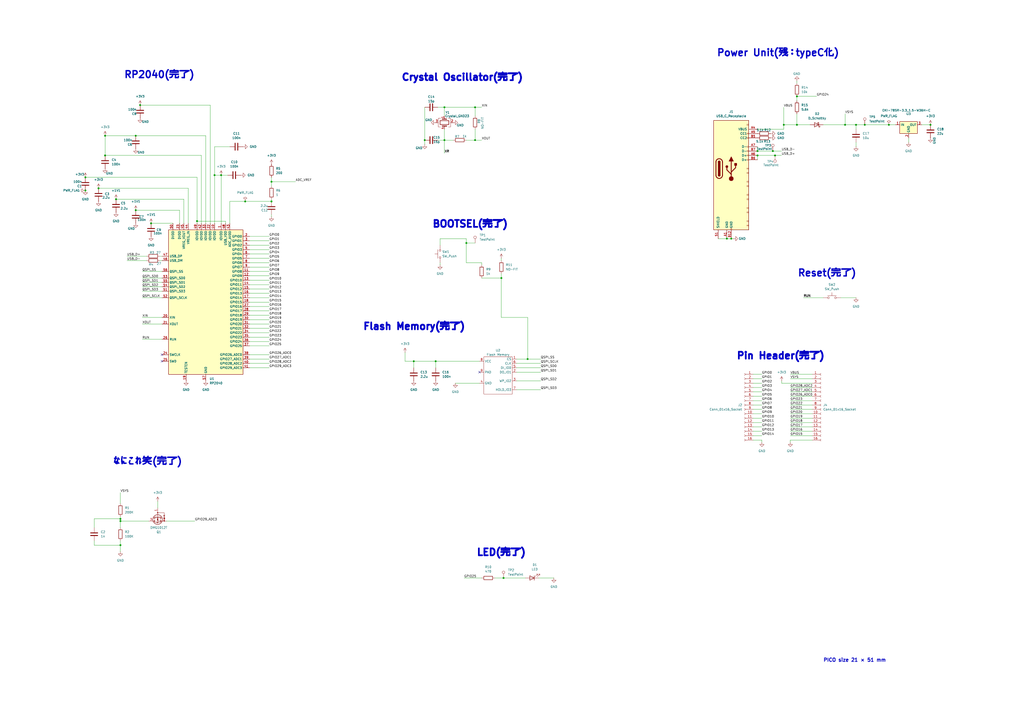
<source format=kicad_sch>
(kicad_sch (version 20250114) (generator "eeschema") (generator_version "9.0")
  (paper "A2")
  (lib_symbols
    (symbol "Connector:Conn_01x16_Socket" (pin_names (offset 1.016) (hide yes))
      (property "Reference" "J" (at 0 20.32 0))
      (property "Value" "Conn_01x16_Socket" (at 0 -22.86 0))
      (symbol "Conn_01x16_Socket_1_1"
        (pin passive line (at -5.08 17.78 0) (length 3.81) (name "Pin_1") (number "1"))
        (pin passive line (at -5.08 15.24 0) (length 3.81) (name "Pin_2") (number "2"))
        (pin passive line (at -5.08 12.7 0) (length 3.81) (name "Pin_3") (number "3"))
        (pin passive line (at -5.08 10.16 0) (length 3.81) (name "Pin_4") (number "4"))
        (pin passive line (at -5.08 7.62 0) (length 3.81) (name "Pin_5") (number "5"))
        (pin passive line (at -5.08 5.08 0) (length 3.81) (name "Pin_6") (number "6"))
        (pin passive line (at -5.08 2.54 0) (length 3.81) (name "Pin_7") (number "7"))
        (pin passive line (at -5.08 0 0) (length 3.81) (name "Pin_8") (number "8"))
        (pin passive line (at -5.08 -2.54 0) (length 3.81) (name "Pin_9") (number "9"))
        (pin passive line (at -5.08 -5.08 0) (length 3.81) (name "Pin_10") (number "10"))
        (pin passive line (at -5.08 -7.62 0) (length 3.81) (name "Pin_11") (number "11"))
        (pin passive line (at -5.08 -10.16 0) (length 3.81) (name "Pin_12") (number "12"))
        (pin passive line (at -5.08 -12.7 0) (length 3.81) (name "Pin_13") (number "13"))
        (pin passive line (at -5.08 -15.24 0) (length 3.81) (name "Pin_14") (number "14"))
        (pin passive line (at -5.08 -17.78 0) (length 3.81) (name "Pin_15") (number "15"))
        (pin passive line (at -5.08 -20.32 0) (length 3.81) (name "Pin_16") (number "16"))
      )
    )
    (symbol "Connector:TestPoint" (pin_numbers (hide yes)) (pin_names (offset 0.762) (hide yes))
      (property "Reference" "TP" (at 0 6.858 0))
      (property "Value" "TestPoint" (at 0 5.08 0))
      (symbol "TestPoint_1_1"
        (pin passive line (at 0 0 90) (length 2.54) (name "1") (number "1"))
      )
    )
    (symbol "Connector:USB_C_Receptacle" (pin_names (offset 1.016))
      (property "Reference" "J1" (at 0 33.02 0))
      (property "Value" "USB_C_Receptacle" (at 0 30.48 0))
      (symbol "USB_C_Receptacle_1_1"
        (pin passive line (at -7.62 -40.64 90) (length 5.08) (name "SHIELD") (number "S1"))
        (pin passive line (at -2.54 -40.64 90) (length 5.08) (name "GND") (number "A1"))
        (pin passive line (at 0 -40.64 90) (length 5.08) (name "GND") (number "B12"))
        (pin passive line (at 15.24 22.86 180) (length 5.08) (name "VBUS") (number "A4"))
        (pin bidirectional line (at 15.24 20.32 180) (length 5.08) (name "CC1") (number "A5"))
        (pin bidirectional line (at 15.24 17.78 180) (length 5.08) (name "CC2") (number "B5"))
        (pin bidirectional line (at 15.24 12.7 180) (length 5.08) (name "D-") (number "A7"))
        (pin bidirectional line (at 15.24 10.16 180) (length 5.08) (name "D-") (number "B7"))
        (pin bidirectional line (at 15.24 7.62 180) (length 5.08) (name "D+") (number "A6"))
        (pin bidirectional line (at 15.24 5.08 180) (length 5.08) (name "D+") (number "B6"))
      )
    )
    (symbol "Converter_DCDC:OKI-78SR-3.3_1.5-W36H-C"
      (property "Reference" "U" (at -3.81 3.175 0))
      (property "Value" "OKI-78SR-3.3_1.5-W36H-C" (at 0 3.175 0))
      (symbol "OKI-78SR-3.3_1.5-W36H-C_1_1"
        (pin power_in line (at -7.62 0 0) (length 2.54) (name "IN") (number "1"))
        (pin power_in line (at 0 -7.62 90) (length 2.54) (name "GND") (number "2"))
        (pin power_out line (at 7.62 0 180) (length 2.54) (name "OUT") (number "3"))
      )
    )
    (symbol "Device:C" (pin_numbers (hide yes)) (pin_names (offset 0.254))
      (property "Reference" "C" (at 0.635 2.54 0))
      (property "Value" "C" (at 0.635 -2.54 0))
      (symbol "C_1_1"
        (pin passive line (at 0 3.81 270) (length 2.794) (name "~") (number "1"))
        (pin passive line (at 0 -3.81 90) (length 2.794) (name "~") (number "2"))
      )
    )
    (symbol "Device:Crystal_GND23" (pin_names (offset 1.016) (hide yes))
      (property "Reference" "Y" (at 3.175 5.08 0))
      (property "Value" "Crystal_GND23" (at 3.175 3.175 0))
      (symbol "Crystal_GND23_1_1"
        (pin passive line (at -3.81 0 0) (length 1.27) (name "1") (number "1"))
        (pin passive line (at 0 5.08 270) (length 1.27) (name "2") (number "2"))
        (pin passive line (at 0 -5.08 90) (length 1.27) (name "3") (number "3"))
        (pin passive line (at 3.81 0 180) (length 1.27) (name "4") (number "4"))
      )
    )
    (symbol "Device:D_Schottky" (pin_numbers (hide yes)) (pin_names (offset 1.016) (hide yes))
      (property "Reference" "D" (at 0 2.54 0))
      (property "Value" "D_Schottky" (at 0 -2.54 0))
      (symbol "D_Schottky_1_1"
        (pin passive line (at -3.81 0 0) (length 2.54) (name "K") (number "1"))
        (pin passive line (at 3.81 0 180) (length 2.54) (name "A") (number "2"))
      )
    )
    (symbol "Device:LED" (pin_numbers (hide yes)) (pin_names (offset 1.016) (hide yes))
      (property "Reference" "D" (at 0 2.54 0))
      (property "Value" "LED" (at 0 -2.54 0))
      (symbol "LED_1_1"
        (pin passive line (at -3.81 0 0) (length 2.54) (name "K") (number "1"))
        (pin passive line (at 3.81 0 180) (length 2.54) (name "A") (number "2"))
      )
    )
    (symbol "Device:R" (pin_numbers (hide yes)) (pin_names (offset 0))
      (property "Reference" "R" (at 2.032 0 90))
      (property "Value" "R" (at 0 0 90))
      (symbol "R_1_1"
        (pin passive line (at 0 3.81 270) (length 1.27) (name "~") (number "1"))
        (pin passive line (at 0 -3.81 90) (length 1.27) (name "~") (number "2"))
      )
    )
    (symbol "MCU_RaspberryPi:RP2040"
      (property "Reference" "U1" (at 2.1433 -44.45 0))
      (property "Value" "RP2040" (at 2.1433 -46.99 0))
      (symbol "RP2040_1_1"
        (pin bidirectional line (at -25.4 26.67 0) (length 3.81) (name "USB_DP") (number "47"))
        (pin bidirectional line (at -25.4 24.13 0) (length 3.81) (name "USB_DM") (number "46"))
        (pin bidirectional line (at -25.4 17.78 0) (length 3.81) (name "QSPI_SS") (number "56"))
        (pin bidirectional line (at -25.4 13.97 0) (length 3.81) (name "QSPI_SD0") (number "53"))
        (pin bidirectional line (at -25.4 11.43 0) (length 3.81) (name "QSPI_SD1") (number "55"))
        (pin bidirectional line (at -25.4 8.89 0) (length 3.81) (name "QSPI_SD2") (number "54"))
        (pin bidirectional line (at -25.4 6.35 0) (length 3.81) (name "QSPI_SD3") (number "51"))
        (pin output line (at -25.4 2.54 0) (length 3.81) (name "QSPI_SCLK") (number "52"))
        (pin input line (at -25.4 -8.89 0) (length 3.81) (name "XIN") (number "20"))
        (pin passive line (at -25.4 -12.7 0) (length 3.81) (name "XOUT") (number "21"))
        (pin input line (at -25.4 -21.59 0) (length 3.81) (name "RUN") (number "26"))
        (pin input line (at -25.4 -30.48 0) (length 3.81) (name "SWCLK") (number "24"))
        (pin bidirectional line (at -25.4 -34.29 0) (length 3.81) (name "SWD") (number "25"))
        (pin passive line (at -19.05 45.72 270) (length 3.81) (name "DVDD") (number "50"))
        (pin power_in line (at -15.24 45.72 270) (length 3.81) (name "DVDD") (number "23"))
        (pin power_out line (at -12.7 45.72 270) (length 3.81) (name "VREG_VOUT") (number "45"))
        (pin input line (at -11.43 -45.72 90) (length 3.81) (name "TESTEN") (number "19"))
        (pin power_in line (at -10.16 45.72 270) (length 3.81) (name "VREG_IN") (number "44"))
        (pin passive line (at -5.08 45.72 270) (length 3.81) (name "IOVDD") (number "49"))
        (pin passive line (at -2.54 45.72 270) (length 3.81) (name "IOVDD") (number "42"))
        (pin passive line (at 0 45.72 270) (length 3.81) (name "IOVDD") (number "33"))
        (pin power_in line (at 0 -45.72 90) (length 3.81) (name "GND") (number "57"))
        (pin passive line (at 2.54 45.72 270) (length 3.81) (name "IOVDD") (number "22"))
        (pin passive line (at 5.08 45.72 270) (length 3.81) (name "IOVDD") (number "10"))
        (pin power_in line (at 8.89 45.72 270) (length 3.81) (name "IOVDD") (number "1"))
        (pin power_in line (at 11.43 45.72 270) (length 3.81) (name "USB_VDD") (number "48"))
        (pin power_in line (at 13.97 45.72 270) (length 3.81) (name "ADC_AVDD") (number "43"))
        (pin bidirectional line (at 25.4 38.1 180) (length 3.81) (name "GPIO0") (number "2"))
        (pin bidirectional line (at 25.4 35.56 180) (length 3.81) (name "GPIO1") (number "3"))
        (pin bidirectional line (at 25.4 33.02 180) (length 3.81) (name "GPIO2") (number "4"))
        (pin bidirectional line (at 25.4 30.48 180) (length 3.81) (name "GPIO3") (number "5"))
        (pin bidirectional line (at 25.4 27.94 180) (length 3.81) (name "GPIO4") (number "6"))
        (pin bidirectional line (at 25.4 25.4 180) (length 3.81) (name "GPIO5") (number "7"))
        (pin bidirectional line (at 25.4 22.86 180) (length 3.81) (name "GPIO6") (number "8"))
        (pin bidirectional line (at 25.4 20.32 180) (length 3.81) (name "GPIO7") (number "9"))
        (pin bidirectional line (at 25.4 17.78 180) (length 3.81) (name "GPIO8") (number "11"))
        (pin bidirectional line (at 25.4 15.24 180) (length 3.81) (name "GPIO9") (number "12"))
        (pin bidirectional line (at 25.4 12.7 180) (length 3.81) (name "GPIO10") (number "13"))
        (pin bidirectional line (at 25.4 10.16 180) (length 3.81) (name "GPIO11") (number "14"))
        (pin bidirectional line (at 25.4 7.62 180) (length 3.81) (name "GPIO12") (number "15"))
        (pin bidirectional line (at 25.4 5.08 180) (length 3.81) (name "GPIO13") (number "16"))
        (pin bidirectional line (at 25.4 2.54 180) (length 3.81) (name "GPIO14") (number "17"))
        (pin bidirectional line (at 25.4 0 180) (length 3.81) (name "GPIO15") (number "18"))
        (pin bidirectional line (at 25.4 -2.54 180) (length 3.81) (name "GPIO16") (number "27"))
        (pin bidirectional line (at 25.4 -5.08 180) (length 3.81) (name "GPIO17") (number "28"))
        (pin bidirectional line (at 25.4 -7.62 180) (length 3.81) (name "GPIO18") (number "29"))
        (pin bidirectional line (at 25.4 -10.16 180) (length 3.81) (name "GPIO19") (number "30"))
        (pin bidirectional line (at 25.4 -12.7 180) (length 3.81) (name "GPIO20") (number "31"))
        (pin bidirectional line (at 25.4 -15.24 180) (length 3.81) (name "GPIO21") (number "32"))
        (pin bidirectional line (at 25.4 -17.78 180) (length 3.81) (name "GPIO22") (number "34"))
        (pin bidirectional line (at 25.4 -20.32 180) (length 3.81) (name "GPIO23") (number "35"))
        (pin bidirectional line (at 25.4 -22.86 180) (length 3.81) (name "GPIO24") (number "36"))
        (pin bidirectional line (at 25.4 -25.4 180) (length 3.81) (name "GPIO25") (number "37"))
        (pin bidirectional line (at 25.4 -30.48 180) (length 3.81) (name "GPIO26_ADC0") (number "38"))
        (pin bidirectional line (at 25.4 -33.02 180) (length 3.81) (name "GPIO27_ADC1") (number "39"))
        (pin bidirectional line (at 25.4 -35.56 180) (length 3.81) (name "GPIO28_ADC2") (number "40"))
        (pin bidirectional line (at 25.4 -38.1 180) (length 3.81) (name "GPIO29_ADC3") (number "41"))
      )
    )
    (symbol "Switch:SW_Push" (pin_numbers (hide yes)) (pin_names (offset 1.016) (hide yes))
      (property "Reference" "SW" (at 1.27 2.54 0))
      (property "Value" "SW_Push" (at 0 -1.524 0))
      (symbol "SW_Push_0_1"
        (pin passive line (at -5.08 0 0) (length 2.54) (name "1") (number "1"))
        (pin passive line (at 5.08 0 180) (length 2.54) (name "2") (number "2"))
      )
    )
    (symbol "Transistor_FET:DMG1012T" (pin_names (offset 0) (hide yes))
      (property "Reference" "Q" (at 5.08 1.905 0))
      (property "Value" "DMG1012T" (at 5.08 0 0))
      (symbol "DMG1012T_1_1"
        (pin input line (at -5.08 0 0) (length 2.54) (name "G") (number "1"))
        (pin passive line (at 2.54 5.08 270) (length 2.54) (name "D") (number "3"))
        (pin passive line (at 2.54 -5.08 90) (length 2.54) (name "S") (number "2"))
      )
    )
    (symbol "power:+1V1" (power) (pin_numbers (hide yes)) (pin_names (offset 0) (hide yes))
      (property "Value" "+1V1" (at 0 3.556 0))
      (symbol "+1V1_1_1"
        (pin power_in line (at 0 0 90) (length 0) (name "~") (number "1"))
      )
    )
    (symbol "power:+3V3" (power) (pin_numbers (hide yes)) (pin_names (offset 0) (hide yes))
      (property "Value" "+3V3" (at 0 3.556 0))
      (symbol "+3V3_1_1"
        (pin power_in line (at 0 0 90) (length 0) (name "~") (number "1"))
      )
    )
    (symbol "power:GND" (power) (pin_numbers (hide yes)) (pin_names (offset 0) (hide yes))
      (property "Value" "GND" (at 0 -3.81 0))
      (symbol "GND_1_1"
        (pin power_in line (at 0 0 270) (length 0) (name "~") (number "1"))
      )
    )
    (symbol "power:PWR_FLAG" (power) (pin_numbers (hide yes)) (pin_names (offset 0) (hide yes))
      (property "Value" "PWR_FLAG" (at 0 3.81 0))
      (symbol "PWR_FLAG_0_0"
        (pin power_out line (at 0 0 90) (length 0) (name "~") (number "1"))
      )
    )
    (symbol "raspberry pi pico:W25Q16JVUXIQ"
      (property "Reference" "U" (at -0.254 12.192 0))
      (symbol "W25Q16JVUXIQ_1_1"
        (pin power_in line (at -11.43 7.62 0) (length 2.54) (name "VCC") (number "8"))
        (pin passive line (at -11.43 1.27 0) (length 2.54) (name "PAD") (number "9"))
        (pin passive line (at -11.43 -5.08 0) (length 2.54) (name "GND") (number "4"))
        (pin passive line (at 10.16 8.89 180) (length 2.54) (name "CS") (number "1"))
        (pin passive line (at 10.16 6.35 180) (length 2.54) (name "CLK") (number "6"))
        (pin passive line (at 10.16 3.81 180) (length 2.54) (name "DI_IOD") (number "5"))
        (pin passive line (at 10.16 1.27 180) (length 2.54) (name "DO_IO1") (number "2"))
        (pin passive line (at 10.16 -3.81 180) (length 2.54) (name "WP_IO2") (number "3"))
        (pin passive line (at 10.16 -8.89 180) (length 2.54) (name "HOLD_IO3") (number "7"))
      )
    )
  )
  (text "なにこれ笑(完了)" (at 85.598 267.716 0) (effects (font (size 4 4) (thickness 0.8) (bold yes))))
  (text "LED(完了)" (at 290.83 320.548 0) (effects (font (size 4 4) (thickness 1) (bold yes))))
  (text "RP2040(完了)" (at 92.456 43.434 0) (effects (font (size 4 4) (thickness 0.8) (bold yes))))
  (text "PICO size 21 × 51 mm" (at 495.808 383.032 0) (effects (font (size 2 2) (thickness 0.4) (bold yes))))
  (text "Crystal Oscillator(完了)" (at 268.224 44.958 0) (effects (font (size 4 4) (thickness 1) (bold yes))))
  (text "Power Unit(残：typeC化)" (at 451.358 30.734 0) (effects (font (size 4 4) (thickness 0.8) (bold yes))))
  (text "Reset(完了)" (at 479.806 158.496 0) (effects (font (size 4 4) (thickness 0.8) (bold yes))))
  (text "Flash Memory(完了)" (at 240.284 189.484 0) (effects (font (size 4 4) (thickness 1) (bold yes))))
  (text "Pin Header(完了)" (at 452.882 206.502 0) (effects (font (size 4 4) (thickness 1) (bold yes))))
  (text "BOOTSEL(完了)" (at 272.796 130.048 0) (effects (font (size 4 4) (thickness 1) (bold yes))))
  (junction (at 439.42 90.17))
  (junction (at 128.27 101.6))
  (junction (at 60.96 90.17))
  (junction (at 421.64 138.43))
  (junction (at 49.53 102.87))
  (junction (at 240.03 209.55))
  (junction (at 270.51 140.97))
  (junction (at 275.59 81.28))
  (junction (at 439.42 87.63))
  (junction (at 142.24 116.84))
  (junction (at 81.28 60.96))
  (junction (at 257.81 62.23))
  (junction (at 60.96 78.74))
  (junction (at 539.75 72.39))
  (junction (at 57.15 109.22))
  (junction (at 252.73 209.55))
  (junction (at 462.28 55.88))
  (junction (at 69.85 316.23))
  (junction (at 496.57 72.39))
  (junction (at 246.38 81.28))
  (junction (at 424.18 138.43))
  (junction (at 257.81 81.28))
  (junction (at 275.59 62.23))
  (junction (at 87.63 129.54))
  (junction (at 292.1 335.28))
  (junction (at 49.53 110.49))
  (junction (at 490.22 72.39))
  (junction (at 454.66 72.39))
  (junction (at 501.65 72.39))
  (junction (at 67.31 115.57))
  (junction (at 69.85 302.26))
  (junction (at 449.58 90.17))
  (junction (at 124.46 101.6))
  (junction (at 78.74 78.74))
  (junction (at 157.48 116.84))
  (junction (at 515.62 72.39))
  (junction (at 157.48 105.41))
  (junction (at 78.74 121.92))
  (junction (at 114.3 128.27))
  (junction (at 448.31 87.63))
  (junction (at 462.28 72.39))
  (junction (at 290.83 161.29))
  (junction (at 69.85 300.99))
  (junction (at 306.07 208.28))
  (no_connect (at 93.98 205.74))
  (no_connect (at 93.98 209.55))
  (no_connect (at 278.13 215.9))
  (wire (pts (xy 458.47 255.27) (xy 458.47 256.54)))
  (wire (pts (xy 106.68 129.54) (xy 106.68 115.57)))
  (wire (pts (xy 69.85 316.23) (xy 69.85 320.04)))
  (wire (pts (xy 144.78 167.64) (xy 156.21 167.64)))
  (wire (pts (xy 255.27 152.4) (xy 255.27 153.67)))
  (wire (pts (xy 275.59 62.23) (xy 279.4 62.23)))
  (wire (pts (xy 69.85 302.26) (xy 86.36 302.26)))
  (wire (pts (xy 144.78 147.32) (xy 156.21 147.32)))
  (wire (pts (xy 254 62.23) (xy 257.81 62.23)))
  (wire (pts (xy 144.78 195.58) (xy 156.21 195.58)))
  (wire (pts (xy 82.55 187.96) (xy 93.98 187.96)))
  (wire (pts (xy 54.61 306.07) (xy 54.61 300.99)))
  (wire (pts (xy 144.78 172.72) (xy 156.21 172.72)))
  (wire (pts (xy 436.88 219.71) (xy 441.96 219.71)))
  (wire (pts (xy 439.42 87.63) (xy 448.31 87.63)))
  (wire (pts (xy 436.88 250.19) (xy 441.96 250.19)))
  (wire (pts (xy 436.88 232.41) (xy 441.96 232.41)))
  (wire (pts (xy 436.88 237.49) (xy 441.96 237.49)))
  (wire (pts (xy 240.03 209.55) (xy 240.03 213.36)))
  (wire (pts (xy 144.78 149.86) (xy 156.21 149.86)))
  (wire (pts (xy 458.47 217.17) (xy 471.17 217.17)))
  (wire (pts (xy 144.78 152.4) (xy 156.21 152.4)))
  (wire (pts (xy 91.44 290.83) (xy 91.44 294.64)))
  (wire (pts (xy 257.81 81.28) (xy 262.89 81.28)))
  (wire (pts (xy 299.72 213.36) (xy 313.69 213.36)))
  (wire (pts (xy 462.28 72.39) (xy 469.9 72.39)))
  (wire (pts (xy 458.47 219.71) (xy 471.17 219.71)))
  (wire (pts (xy 269.24 335.28) (xy 279.4 335.28)))
  (wire (pts (xy 144.78 154.94) (xy 156.21 154.94)))
  (wire (pts (xy 144.78 187.96) (xy 156.21 187.96)))
  (wire (pts (xy 264.16 222.25) (xy 278.13 222.25)))
  (wire (pts (xy 144.78 139.7) (xy 156.21 139.7)))
  (wire (pts (xy 60.96 78.74) (xy 60.96 90.17)))
  (wire (pts (xy 144.78 170.18) (xy 156.21 170.18)))
  (wire (pts (xy 252.73 209.55) (xy 278.13 209.55)))
  (wire (pts (xy 454.66 74.93) (xy 454.66 72.39)))
  (wire (pts (xy 82.55 157.48) (xy 93.98 157.48)))
  (wire (pts (xy 128.27 101.6) (xy 132.08 101.6)))
  (wire (pts (xy 466.09 172.72) (xy 477.52 172.72)))
  (wire (pts (xy 144.78 165.1) (xy 156.21 165.1)))
  (wire (pts (xy 441.96 255.27) (xy 436.88 255.27)))
  (wire (pts (xy 69.85 285.75) (xy 69.85 292.1)))
  (wire (pts (xy 496.57 72.39) (xy 496.57 74.93)))
  (wire (pts (xy 496.57 72.39) (xy 501.65 72.39)))
  (wire (pts (xy 54.61 313.69) (xy 54.61 316.23)))
  (wire (pts (xy 471.17 222.25) (xy 453.39 222.25)))
  (wire (pts (xy 306.07 208.28) (xy 313.69 208.28)))
  (wire (pts (xy 299.72 208.28) (xy 306.07 208.28)))
  (wire (pts (xy 246.38 62.23) (xy 246.38 81.28)))
  (wire (pts (xy 439.42 85.09) (xy 439.42 87.63)))
  (wire (pts (xy 144.78 175.26) (xy 156.21 175.26)))
  (wire (pts (xy 458.47 242.57) (xy 471.17 242.57)))
  (wire (pts (xy 270.51 152.4) (xy 279.4 152.4)))
  (wire (pts (xy 270.51 81.28) (xy 275.59 81.28)))
  (wire (pts (xy 458.47 237.49) (xy 471.17 237.49)))
  (wire (pts (xy 96.52 302.26) (xy 113.03 302.26)))
  (wire (pts (xy 144.78 162.56) (xy 156.21 162.56)))
  (wire (pts (xy 54.61 316.23) (xy 69.85 316.23)))
  (wire (pts (xy 290.83 184.15) (xy 290.83 161.29)))
  (wire (pts (xy 436.88 229.87) (xy 441.96 229.87)))
  (wire (pts (xy 254 81.28) (xy 257.81 81.28)))
  (wire (pts (xy 144.78 213.36) (xy 156.21 213.36)))
  (wire (pts (xy 49.53 102.87) (xy 114.3 102.87)))
  (wire (pts (xy 496.57 82.55) (xy 496.57 85.09)))
  (wire (pts (xy 270.51 138.43) (xy 270.51 140.97)))
  (wire (pts (xy 436.88 247.65) (xy 441.96 247.65)))
  (wire (pts (xy 144.78 190.5) (xy 156.21 190.5)))
  (wire (pts (xy 252.73 209.55) (xy 252.73 213.36)))
  (wire (pts (xy 270.51 140.97) (xy 275.59 140.97)))
  (wire (pts (xy 501.65 72.39) (xy 515.62 72.39)))
  (wire (pts (xy 257.81 81.28) (xy 257.81 88.9)))
  (wire (pts (xy 157.48 116.84) (xy 157.48 115.57)))
  (wire (pts (xy 73.66 148.59) (xy 85.09 148.59)))
  (wire (pts (xy 439.42 90.17) (xy 439.42 92.71)))
  (wire (pts (xy 275.59 74.93) (xy 275.59 81.28)))
  (wire (pts (xy 133.35 129.54) (xy 133.35 116.84)))
  (wire (pts (xy 234.95 204.47) (xy 234.95 209.55)))
  (wire (pts (xy 81.28 60.96) (xy 121.92 60.96)))
  (wire (pts (xy 453.39 220.98) (xy 453.39 222.25)))
  (wire (pts (xy 234.95 209.55) (xy 240.03 209.55)))
  (wire (pts (xy 458.47 247.65) (xy 471.17 247.65)))
  (wire (pts (xy 275.59 62.23) (xy 275.59 67.31)))
  (wire (pts (xy 69.85 313.69) (xy 69.85 316.23)))
  (wire (pts (xy 82.55 161.29) (xy 93.98 161.29)))
  (wire (pts (xy 421.64 138.43) (xy 424.18 138.43)))
  (wire (pts (xy 104.14 121.92) (xy 104.14 129.54)))
  (wire (pts (xy 116.84 129.54) (xy 116.84 90.17)))
  (wire (pts (xy 436.88 227.33) (xy 441.96 227.33)))
  (wire (pts (xy 54.61 300.99) (xy 69.85 300.99)))
  (wire (pts (xy 124.46 101.6) (xy 124.46 85.09)))
  (wire (pts (xy 124.46 101.6) (xy 128.27 101.6)))
  (wire (pts (xy 449.58 90.17) (xy 453.39 90.17)))
  (wire (pts (xy 144.78 205.74) (xy 156.21 205.74)))
  (wire (pts (xy 527.05 80.01) (xy 527.05 82.55)))
  (wire (pts (xy 121.92 129.54) (xy 121.92 60.96)))
  (wire (pts (xy 157.48 105.41) (xy 157.48 107.95)))
  (wire (pts (xy 458.47 245.11) (xy 471.17 245.11)))
  (wire (pts (xy 114.3 128.27) (xy 114.3 129.54)))
  (wire (pts (xy 306.07 184.15) (xy 290.83 184.15)))
  (wire (pts (xy 87.63 129.54) (xy 100.33 129.54)))
  (wire (pts (xy 287.02 335.28) (xy 292.1 335.28)))
  (wire (pts (xy 439.42 90.17) (xy 449.58 90.17)))
  (wire (pts (xy 290.83 149.86) (xy 290.83 151.13)))
  (wire (pts (xy 439.42 74.93) (xy 454.66 74.93)))
  (wire (pts (xy 82.55 166.37) (xy 93.98 166.37)))
  (wire (pts (xy 144.78 157.48) (xy 156.21 157.48)))
  (wire (pts (xy 279.4 152.4) (xy 279.4 153.67)))
  (wire (pts (xy 157.48 105.41) (xy 171.45 105.41)))
  (wire (pts (xy 441.96 256.54) (xy 441.96 255.27)))
  (wire (pts (xy 67.31 115.57) (xy 106.68 115.57)))
  (wire (pts (xy 458.47 232.41) (xy 471.17 232.41)))
  (wire (pts (xy 424.18 138.43) (xy 425.45 138.43)))
  (wire (pts (xy 255.27 142.24) (xy 255.27 138.43)))
  (wire (pts (xy 142.24 116.84) (xy 157.48 116.84)))
  (wire (pts (xy 458.47 229.87) (xy 471.17 229.87)))
  (wire (pts (xy 436.88 245.11) (xy 441.96 245.11)))
  (wire (pts (xy 144.78 182.88) (xy 156.21 182.88)))
  (wire (pts (xy 270.51 140.97) (xy 270.51 152.4)))
  (wire (pts (xy 82.55 196.85) (xy 93.98 196.85)))
  (wire (pts (xy 144.78 200.66) (xy 156.21 200.66)))
  (wire (pts (xy 477.52 72.39) (xy 490.22 72.39)))
  (wire (pts (xy 92.71 151.13) (xy 93.98 151.13)))
  (wire (pts (xy 290.83 158.75) (xy 290.83 161.29)))
  (wire (pts (xy 462.28 46.99) (xy 462.28 48.26)))
  (wire (pts (xy 448.31 87.63) (xy 453.39 87.63)))
  (wire (pts (xy 416.56 138.43) (xy 421.64 138.43)))
  (wire (pts (xy 60.96 90.17) (xy 116.84 90.17)))
  (wire (pts (xy 144.78 185.42) (xy 156.21 185.42)))
  (wire (pts (xy 144.78 180.34) (xy 156.21 180.34)))
  (wire (pts (xy 144.78 210.82) (xy 156.21 210.82)))
  (wire (pts (xy 82.55 184.15) (xy 93.98 184.15)))
  (wire (pts (xy 133.35 116.84) (xy 142.24 116.84)))
  (wire (pts (xy 299.72 226.06) (xy 313.69 226.06)))
  (wire (pts (xy 257.81 62.23) (xy 257.81 67.31)))
  (wire (pts (xy 299.72 220.98) (xy 313.69 220.98)))
  (wire (pts (xy 471.17 252.73) (xy 458.47 252.73)))
  (wire (pts (xy 114.3 128.27) (xy 114.3 102.87)))
  (wire (pts (xy 436.88 217.17) (xy 441.96 217.17)))
  (wire (pts (xy 69.85 300.99) (xy 69.85 302.26)))
  (wire (pts (xy 157.48 102.87) (xy 157.48 105.41)))
  (wire (pts (xy 458.47 227.33) (xy 471.17 227.33)))
  (wire (pts (xy 436.88 222.25) (xy 441.96 222.25)))
  (wire (pts (xy 144.78 208.28) (xy 156.21 208.28)))
  (wire (pts (xy 144.78 160.02) (xy 156.21 160.02)))
  (wire (pts (xy 471.17 255.27) (xy 458.47 255.27)))
  (wire (pts (xy 462.28 55.88) (xy 473.71 55.88)))
  (wire (pts (xy 246.38 81.28) (xy 246.38 83.82)))
  (wire (pts (xy 144.78 198.12) (xy 156.21 198.12)))
  (wire (pts (xy 490.22 72.39) (xy 496.57 72.39)))
  (wire (pts (xy 436.88 234.95) (xy 441.96 234.95)))
  (wire (pts (xy 130.81 129.54) (xy 130.81 128.27)))
  (wire (pts (xy 436.88 252.73) (xy 441.96 252.73)))
  (wire (pts (xy 458.47 250.19) (xy 471.17 250.19)))
  (wire (pts (xy 119.38 129.54) (xy 119.38 78.74)))
  (wire (pts (xy 144.78 144.78) (xy 156.21 144.78)))
  (wire (pts (xy 299.72 210.82) (xy 313.69 210.82)))
  (wire (pts (xy 157.48 124.46) (xy 157.48 125.73)))
  (wire (pts (xy 312.42 335.28) (xy 321.31 335.28)))
  (wire (pts (xy 454.66 72.39) (xy 462.28 72.39)))
  (wire (pts (xy 240.03 209.55) (xy 252.73 209.55)))
  (wire (pts (xy 436.88 224.79) (xy 441.96 224.79)))
  (wire (pts (xy 255.27 138.43) (xy 270.51 138.43)))
  (wire (pts (xy 534.67 72.39) (xy 539.75 72.39)))
  (wire (pts (xy 436.88 242.57) (xy 441.96 242.57)))
  (wire (pts (xy 144.78 193.04) (xy 156.21 193.04)))
  (wire (pts (xy 124.46 85.09) (xy 133.35 85.09)))
  (wire (pts (xy 60.96 78.74) (xy 78.74 78.74)))
  (wire (pts (xy 436.88 240.03) (xy 441.96 240.03)))
  (wire (pts (xy 257.81 62.23) (xy 275.59 62.23)))
  (wire (pts (xy 78.74 121.92) (xy 104.14 121.92)))
  (wire (pts (xy 487.68 172.72) (xy 496.57 172.72)))
  (wire (pts (xy 92.71 148.59) (xy 93.98 148.59)))
  (wire (pts (xy 144.78 177.8) (xy 156.21 177.8)))
  (wire (pts (xy 458.47 240.03) (xy 471.17 240.03)))
  (wire (pts (xy 515.62 72.39) (xy 519.43 72.39)))
  (wire (pts (xy 124.46 101.6) (xy 124.46 129.54)))
  (wire (pts (xy 454.66 62.23) (xy 454.66 72.39)))
  (wire (pts (xy 73.66 151.13) (xy 85.09 151.13)))
  (wire (pts (xy 458.47 224.79) (xy 471.17 224.79)))
  (wire (pts (xy 299.72 215.9) (xy 313.69 215.9)))
  (wire (pts (xy 78.74 78.74) (xy 119.38 78.74)))
  (wire (pts (xy 82.55 168.91) (xy 93.98 168.91)))
  (wire (pts (xy 306.07 184.15) (xy 306.07 208.28)))
  (wire (pts (xy 458.47 234.95) (xy 471.17 234.95)))
  (wire (pts (xy 69.85 302.26) (xy 69.85 306.07)))
  (wire (pts (xy 462.28 66.04) (xy 462.28 72.39)))
  (wire (pts (xy 144.78 137.16) (xy 156.21 137.16)))
  (wire (pts (xy 462.28 58.42) (xy 462.28 55.88)))
  (wire (pts (xy 490.22 66.04) (xy 490.22 72.39)))
  (wire (pts (xy 279.4 161.29) (xy 290.83 161.29)))
  (wire (pts (xy 144.78 142.24) (xy 156.21 142.24)))
  (wire (pts (xy 257.81 74.93) (xy 257.81 81.28)))
  (wire (pts (xy 128.27 101.6) (xy 128.27 129.54)))
  (wire (pts (xy 82.55 172.72) (xy 93.98 172.72)))
  (wire (pts (xy 130.81 128.27) (xy 114.3 128.27)))
  (wire (pts (xy 69.85 299.72) (xy 69.85 300.99)))
  (wire (pts (xy 57.15 109.22) (xy 109.22 109.22)))
  (wire (pts (xy 109.22 129.54) (xy 109.22 109.22)))
  (wire (pts (xy 275.59 81.28) (xy 279.4 81.28)))
  (wire (pts (xy 292.1 335.28) (xy 304.8 335.28)))
  (wire (pts (xy 82.55 163.83) (xy 93.98 163.83)))
  (label "GPIO17" (at 458.47 247.65 0))
  (label "QSPI_SD0" (at 82.55 161.29 0))
  (label "GPIO12" (at 156.21 167.64 0) (effects (font (thickness 0.1588))))
  (label "GPIO1" (at 441.96 219.71 0) (effects (font (thickness 0.1588))))
  (label "QSPI_SCLK" (at 313.69 210.82 0))
  (label "GPIO19" (at 156.21 185.42 0) (effects (font (thickness 0.1588))))
  (label "QSPI_SD2" (at 313.69 220.98 0))
  (label "GPIO18" (at 156.21 182.88 0) (effects (font (thickness 0.1588))))
  (label "GPIO1" (at 156.21 139.7 0) (effects (font (thickness 0.1588))))
  (label "VSYS" (at 69.85 285.75 0))
  (label "GPIO10" (at 156.21 162.56 0) (effects (font (thickness 0.1588))))
  (label "VBUS" (at 458.47 217.17 0))
  (label "XR" (at 257.81 88.9 0) (effects (font (thickness 0.254) (bold yes))))
  (label "GPIO7" (at 156.21 154.94 0) (effects (font (thickness 0.1588))))
  (label "GPIO6" (at 441.96 232.41 0) (effects (font (thickness 0.1588))))
  (label "USB_D+" (at 73.66 148.59 0))
  (label "GPIO5" (at 156.21 149.86 0) (effects (font (thickness 0.1588))))
  (label "GPIO19" (at 458.47 242.57 0))
  (label "GPIO23" (at 156.21 195.58 0) (effects (font (thickness 0.1588))))
  (label "GPIO4" (at 441.96 227.33 0) (effects (font (thickness 0.1588))))
  (label "USB_D+" (at 453.39 90.17 0))
  (label "GPIO4" (at 156.21 147.32 0) (effects (font (thickness 0.1588))))
  (label "GPIO15" (at 156.21 175.26 0) (effects (font (thickness 0.1588))))
  (label "GPIO22" (at 458.47 234.95 0))
  (label "GPIO9" (at 156.21 160.02 0) (effects (font (thickness 0.1588))))
  (label "RUN" (at 82.55 196.85 0))
  (label "GPIO12" (at 441.96 247.65 0) (effects (font (thickness 0.1588))))
  (label "USB_D-" (at 453.39 87.63 0))
  (label "GPIO26_ADC0" (at 458.47 229.87 0))
  (label "GPIO28_ADC2" (at 156.21 210.82 0) (effects (font (thickness 0.1588))))
  (label "GPIO24" (at 156.21 198.12 0) (effects (font (thickness 0.1588))))
  (label "GPIO16" (at 458.47 250.19 0))
  (label "GPIO7" (at 441.96 234.95 0) (effects (font (thickness 0.1588))))
  (label "GPIO27_ADC1" (at 458.47 227.33 0))
  (label "GPIO17" (at 156.21 180.34 0) (effects (font (thickness 0.1588))))
  (label "GPIO29_ADC3" (at 113.03 302.26 0))
  (label "QSPI_SD1" (at 82.55 163.83 0))
  (label "GPIO10" (at 441.96 242.57 0) (effects (font (thickness 0.1588))))
  (label "QSPI_SD3" (at 313.69 226.06 0))
  (label "XIN" (at 279.4 62.23 0))
  (label "QSPI_SD2" (at 82.55 166.37 0))
  (label "GPIO13" (at 441.96 250.19 0) (effects (font (thickness 0.1588))))
  (label "GPIO0" (at 156.21 137.16 0) (effects (font (thickness 0.1588))))
  (label "GPIO25" (at 269.24 335.28 0))
  (label "GPIO22" (at 156.21 193.04 0) (effects (font (thickness 0.1588))))
  (label "GPIO2" (at 441.96 222.25 0) (effects (font (thickness 0.1588))))
  (label "XOUT" (at 82.55 187.96 0))
  (label "QSPI_SS" (at 82.55 157.48 0))
  (label "GPIO28_ADC2" (at 458.47 224.79 0))
  (label "GPIO3" (at 156.21 144.78 0) (effects (font (thickness 0.1588))))
  (label "GPIO21" (at 458.47 237.49 0))
  (label "VBUS" (at 454.66 62.23 0))
  (label "GPIO29_ADC3" (at 156.21 213.36 0) (effects (font (thickness 0.1588))))
  (label "GPIO20" (at 458.47 240.03 0))
  (label "GPIO23" (at 458.47 232.41 0))
  (label "VSYS" (at 490.22 66.04 0))
  (label "ADC_VREF" (at 171.45 105.41 0))
  (label "GPIO9" (at 441.96 240.03 0) (effects (font (thickness 0.1588))))
  (label "GPIO8" (at 156.21 157.48 0) (effects (font (thickness 0.1588))))
  (label "XOUT" (at 279.4 81.28 0))
  (label "GPIO8" (at 441.96 237.49 0) (effects (font (thickness 0.1588))))
  (label "GPIO11" (at 441.96 245.11 0) (effects (font (thickness 0.1588))))
  (label "GPIO3" (at 441.96 224.79 0) (effects (font (thickness 0.1588))))
  (label "GPIO27_ADC1" (at 156.21 208.28 0) (effects (font (thickness 0.1588))))
  (label "GPIO2" (at 156.21 142.24 0) (effects (font (thickness 0.1588))))
  (label "GPIO18" (at 458.47 245.11 0))
  (label "GPIO6" (at 156.21 152.4 0) (effects (font (thickness 0.1588))))
  (label "GPIO15" (at 458.47 252.73 0) (effects (font (thickness 0.1588))))
  (label "GPIO24" (at 473.71 55.88 0))
  (label "USB_D-" (at 73.66 151.13 0))
  (label "GPIO11" (at 156.21 165.1 0) (effects (font (thickness 0.1588))))
  (label "GPIO16" (at 156.21 177.8 0) (effects (font (thickness 0.1588))))
  (label "QSPI_SD3" (at 82.55 168.91 0))
  (label "GPIO20" (at 156.21 187.96 0) (effects (font (thickness 0.1588))))
  (label "GPIO14" (at 156.21 172.72 0) (effects (font (thickness 0.1588))))
  (label "GPIO13" (at 156.21 170.18 0) (effects (font (thickness 0.1588))))
  (label "GPIO0" (at 441.96 217.17 0) (effects (font (thickness 0.1588))))
  (label "XIN" (at 82.55 184.15 0))
  (label "GPIO21" (at 156.21 190.5 0) (effects (font (thickness 0.1588))))
  (label "GPIO26_ADC0" (at 156.21 205.74 0) (effects (font (thickness 0.1588))))
  (label "VSYS" (at 458.47 219.71 0))
  (label "GPIO5" (at 441.96 229.87 0) (effects (font (thickness 0.1588))))
  (label "QSPI_SS" (at 313.69 208.28 0))
  (label "GPIO14" (at 441.96 252.73 0) (effects (font (thickness 0.1588))))
  (label "QSPI_SD0" (at 313.69 213.36 0))
  (label "QSPI_SCLK" (at 82.55 172.72 0))
  (label "QSPI_SD1" (at 313.69 215.9 0))
  (label "GPIO25" (at 156.21 200.66 0) (effects (font (thickness 0.1588))))
  (label "RUN" (at 466.09 172.72 0) (effects (font (thickness 0.254) (bold yes))))
  (symbol (lib_id "power:GND") (at 81.28 68.58 0) (unit 1)
    (property "Reference" "#PWR014" (effects (hide yes)))
    (property "Value" "GND" (at 84.328 70.612 0))
    (property "Description" "Power symbol creates a global label with name \"GND\" , ground" (effects (hide yes)))
  )
  (symbol (lib_id "Connector:TestPoint") (at 275.59 140.97 0) (unit 1)
    (property "Reference" "TP1" (at 278.13 136.3979 0) (effects (justify left)))
    (property "Value" "TestPoint" (at 278.13 138.9379 0) (effects (justify left)))
    (property "Footprint" "TestPoint:TestPoint_Pad_1.0x1.0mm" (effects (hide yes)))
    (property "Description" "test point" (effects (hide yes)))
  )
  (symbol (lib_id "power:+1V1") (at 87.63 129.54 0) (unit 1)
    (property "Reference" "#PWR015" (effects (hide yes)))
    (property "Value" "+1V1" (at 87.63 124.46 0))
    (property "Description" "Power symbol creates a global label with name \"+1V1\"" (effects (hide yes)))
  )
  (symbol (lib_id "raspberry pi pico:W25Q16JVUXIQ") (at 289.56 217.17 0) (unit 1)
    (property "Reference" "U2" (at 288.925 203.2 0))
    (property "Value" "Flash Memory" (at 288.925 205.74 0))
    (property "Footprint" "Package_SON:Winbond_USON-8-1EP_3x2mm_P0.5mm_EP0.2x1.6mm" (effects (hide yes)))
  )
  (symbol (lib_id "Device:R") (at 69.85 295.91 0) (unit 1)
    (property "Reference" "R1" (at 72.39 294.6399 0) (effects (justify left)))
    (property "Value" "200K" (at 72.39 297.1799 0) (effects (justify left)))
    (property "Footprint" "Resistor_SMD:R_0402_1005Metric" (effects (hide yes)))
    (property "Description" "Resistor" (effects (hide yes)))
  )
  (symbol (lib_id "power:GND") (at 262.89 71.12 90) (unit 1)
    (property "Reference" "#PWR031" (effects (hide yes)))
    (property "Value" "GND" (at 264.922 72.644 90) (effects (justify right)))
    (property "Description" "Power symbol creates a global label with name \"GND\" , ground" (effects (hide yes)))
  )
  (symbol (lib_id "Device:C") (at 250.19 81.28 90) (unit 1)
    (property "Reference" "C15" (at 253.238 79.756 90))
    (property "Value" "15p" (at 253.238 82.296 90))
    (property "Footprint" "Capacitor_SMD:C_0201_0603Metric" (effects (hide yes)))
    (property "Description" "Unpolarized capacitor" (effects (hide yes)))
  )
  (symbol (lib_id "Device:R") (at 157.48 99.06 0) (unit 1)
    (property "Reference" "R5" (at 160.02 97.7899 0) (effects (justify left)))
    (property "Value" "200" (at 160.02 100.3299 0) (effects (justify left)))
    (property "Footprint" "Resistor_SMD:R_0402_1005Metric" (effects (hide yes)))
    (property "Description" "Resistor" (effects (hide yes)))
  )
  (symbol (lib_id "Connector:Conn_01x16_Socket") (at 431.8 234.95 0) (mirror y) (unit 1)
    (property "Reference" "J2" (at 430.53 234.9499 0) (effects (justify left)))
    (property "Value" "Conn_01x16_Socket" (at 430.53 237.4899 0) (effects (justify left)))
    (property "Footprint" "Connector_PinSocket_2.54mm:PinSocket_1x16_P2.54mm_Vertical" (effects (hide yes)))
    (property "Description" "Generic connector, single row, 01x16, script generated" (effects (hide yes)))
  )
  (symbol (lib_id "Converter_DCDC:OKI-78SR-3.3_1.5-W36H-C") (at 527.05 72.39 0) (unit 1)
    (property "Reference" "U3" (at 527.05 66.04 0))
    (property "Value" "OKI-78SR-3.3_1.5-W36H-C" (at 525.78 64.008 0))
    (property "Footprint" "raspberry pi pico:3pin regulator" (effects (hide yes)))
    (property "Datasheet" "https://power.murata.com/data/power/oki-78sr.pdf" (effects (hide yes)))
    (property "Description" "1.5A Step-Down DC/DC-Regulator, 7-36V input, 3.3V fixed Output Voltage, LM78xx replacement, -40°C to +85°C, OKI-78SR_Horizontal" (effects (hide yes)))
  )
  (symbol (lib_id "Device:R") (at 266.7 81.28 90) (unit 1)
    (property "Reference" "R7" (at 265.176 79.248 90))
    (property "Value" "1k" (at 269.494 78.994 90))
    (property "Footprint" "Resistor_SMD:R_0402_1005Metric" (effects (hide yes)))
    (property "Description" "Resistor" (effects (hide yes)))
  )
  (symbol (lib_id "Device:R") (at 157.48 111.76 0) (unit 1)
    (property "Reference" "R6" (at 160.02 110.4899 0) (effects (justify left)))
    (property "Value" "1" (at 160.02 113.0299 0) (effects (justify left)))
    (property "Footprint" "Resistor_SMD:R_0402_1005Metric" (effects (hide yes)))
    (property "Description" "Resistor" (effects (hide yes)))
  )
  (symbol (lib_id "Device:R") (at 283.21 335.28 90) (unit 1)
    (property "Reference" "R10" (at 283.21 328.93 90))
    (property "Value" "470" (at 283.21 331.47 90))
    (property "Footprint" "Resistor_SMD:R_0402_1005Metric" (effects (hide yes)))
    (property "Description" "Resistor" (effects (hide yes)))
  )
  (symbol (lib_id "Device:C") (at 87.63 133.35 180) (unit 1)
    (property "Reference" "C9" (at 93.472 133.35 0) (effects (justify left)))
    (property "Value" "100n" (at 93.98 135.382 0) (effects (justify left)))
    (property "Footprint" "Capacitor_SMD:C_0201_0603Metric" (effects (hide yes)))
    (property "Description" "Unpolarized capacitor" (effects (hide yes)))
  )
  (symbol (lib_id "Device:C") (at 252.73 217.17 0) (unit 1)
    (property "Reference" "C16" (at 256.54 215.8999 0) (effects (justify left)))
    (property "Value" "100n" (at 256.54 218.4399 0) (effects (justify left)))
    (property "Footprint" "Capacitor_SMD:C_0201_0603Metric" (effects (hide yes)))
    (property "Description" "Unpolarized capacitor" (effects (hide yes)))
  )
  (symbol (lib_id "Device:C") (at 67.31 119.38 180) (unit 1)
    (property "Reference" "C5" (at 70.104 117.856 0) (effects (justify right)))
    (property "Value" "2.2u" (at 69.85 120.904 0) (effects (justify right)))
    (property "Footprint" "Capacitor_SMD:C_0201_0603Metric" (effects (hide yes)))
    (property "Description" "Unpolarized capacitor" (effects (hide yes)))
  )
  (symbol (lib_id "Device:C") (at 496.57 78.74 0) (unit 1)
    (property "Reference" "C17" (at 500.38 77.4699 0) (effects (justify left)))
    (property "Value" "10u" (at 500.38 80.0099 0) (effects (justify left)))
    (property "Footprint" "Capacitor_SMD:C_0402_1005Metric" (effects (hide yes)))
    (property "Description" "Unpolarized capacitor" (effects (hide yes)))
  )
  (symbol (lib_id "Device:R") (at 443.23 80.01 90) (unit 1)
    (property "Reference" "R13" (at 445.008 82.042 90))
    (property "Value" "5.1k" (at 440.69 82.042 90))
    (property "Footprint" "Resistor_SMD:R_0402_1005Metric" (effects (hide yes)))
    (property "Description" "Resistor" (effects (hide yes)))
  )
  (symbol (lib_id "Transistor_FET:DMG1012T") (at 91.44 299.72 90) (mirror x) (unit 1)
    (property "Reference" "Q1" (at 92.1385 308.61 90))
    (property "Value" "DMG1012T" (at 92.1385 306.07 90))
    (property "Footprint" "raspberry pi pico:MOSFET DMG1012T" (effects (hide yes)))
    (property "Datasheet" "https://www.diodes.com/assets/Datasheets/ds31783.pdf" (effects (hide yes)))
    (property "Description" "20V Vds, 0.63 Id, N-Channel MOSFET with ESD protection, SOT-523" (effects (hide yes)))
  )
  (symbol (lib_id "power:GND") (at 496.57 85.09 0) (unit 1)
    (property "Reference" "#PWR043" (effects (hide yes)))
    (property "Value" "GND" (at 496.57 90.17 0))
    (property "Description" "Power symbol creates a global label with name \"GND\" , ground" (effects (hide yes)))
  )
  (symbol (lib_id "power:GND") (at 462.28 46.99 180) (unit 1)
    (property "Reference" "#PWR042" (effects (hide yes)))
    (property "Value" "GND" (at 462.153 42.799 0))
    (property "Description" "Power symbol creates a global label with name \"GND\" , ground" (effects (hide yes)))
  )
  (symbol (lib_id "power:GND") (at 119.38 220.98 0) (unit 1)
    (property "Reference" "#PWR019" (effects (hide yes)))
    (property "Value" "GND" (at 119.38 226.06 0))
    (property "Description" "Power symbol creates a global label with name \"GND\" , ground" (effects (hide yes)))
  )
  (symbol (lib_id "Device:C") (at 250.19 62.23 90) (unit 1)
    (property "Reference" "C14" (at 250.19 56.134 90))
    (property "Value" "15p" (at 250.19 58.674 90))
    (property "Footprint" "Capacitor_SMD:C_0201_0603Metric" (effects (hide yes)))
    (property "Description" "Unpolarized capacitor" (effects (hide yes)))
  )
  (symbol (lib_id "Device:C") (at 135.89 101.6 270) (unit 1)
    (property "Reference" "C10" (at 135.89 93.98 90))
    (property "Value" "100n" (at 135.89 96.52 90))
    (property "Footprint" "Capacitor_SMD:C_0201_0603Metric" (effects (hide yes)))
    (property "Description" "Unpolarized capacitor" (effects (hide yes)))
  )
  (symbol (lib_id "MCU_RaspberryPi:RP2040") (at 119.38 175.26 0) (unit 1)
    (property "Reference" "U1" (at 121.5233 219.71 0) (effects (justify left)))
    (property "Value" "RP2040" (at 121.5233 222.25 0) (effects (justify left)))
    (property "Footprint" "Package_DFN_QFN:QFN-56-1EP_7x7mm_P0.4mm_EP3.2x3.2mm" (effects (hide yes)))
    (property "Datasheet" "https://datasheets.raspberrypi.com/rp2040/rp2040-datasheet.pdf" (effects (hide yes)))
    (property "Description" "A microcontroller by Raspberry Pi" (effects (hide yes)))
  )
  (symbol (lib_id "power:GND") (at 441.96 256.54 0) (unit 1)
    (property "Reference" "#PWR036" (effects (hide yes)))
    (property "Value" "GND" (at 441.96 261.62 0))
    (property "Description" "Power symbol creates a global label with name \"GND\" , ground" (effects (hide yes)))
  )
  (symbol (lib_id "power:+3V3") (at 539.75 72.39 0) (unit 1)
    (property "Reference" "#PWR046" (effects (hide yes)))
    (property "Value" "+3V3" (at 539.75 67.31 0))
    (property "Description" "Power symbol creates a global label with name \"+3V3\"" (effects (hide yes)))
  )
  (symbol (lib_id "Connector:TestPoint") (at 292.1 335.28 0) (unit 1)
    (property "Reference" "TP2" (at 294.64 330.7079 0) (effects (justify left)))
    (property "Value" "TestPoint" (at 294.64 333.2479 0) (effects (justify left)))
    (property "Footprint" "TestPoint:TestPoint_Pad_1.0x1.0mm" (effects (hide yes)))
    (property "Description" "test point" (effects (hide yes)))
  )
  (symbol (lib_id "power:+3V3") (at 49.53 102.87 0) (unit 1)
    (property "Reference" "#PWR01" (effects (hide yes)))
    (property "Value" "+3V3" (at 46.228 101.092 0))
    (property "Description" "Power symbol creates a global label with name \"+3V3\"" (effects (hide yes)))
  )
  (symbol (lib_id "power:GND") (at 425.45 138.43 90) (unit 1)
    (property "Reference" "#PWR035" (effects (hide yes)))
    (property "Value" "GND" (at 430.53 138.43 90))
    (property "Description" "Power symbol creates a global label with name \"GND\" , ground" (effects (hide yes)))
  )
  (symbol (lib_id "Connector:USB_C_Receptacle") (at 424.18 97.79 0) (unit 1)
    (property "Reference" "J1" (at 424.18 64.77 0))
    (property "Value" "USB_C_Receptacle" (at 424.18 67.31 0))
    (property "Footprint" "raspberry pi pico:Type-C" (effects (hide yes)))
    (property "Datasheet" "https://www.usb.org/sites/default/files/documents/usb_type-c.zip" (effects (hide yes)))
    (property "Description" "USB Full-Featured Type-C Receptacle connector" (effects (hide yes)))
  )
  (symbol (lib_id "power:+1V1") (at 78.74 121.92 0) (unit 1)
    (property "Reference" "#PWR011" (effects (hide yes)))
    (property "Value" "+1V1" (at 78.74 116.84 0))
    (property "Description" "Power symbol creates a global label with name \"+1V1\"" (effects (hide yes)))
  )
  (symbol (lib_id "power:GND") (at 157.48 125.73 0) (unit 1)
    (property "Reference" "#PWR024" (effects (hide yes)))
    (property "Value" "GND" (at 157.48 130.81 0))
    (property "Description" "Power symbol creates a global label with name \"GND\" , ground" (effects (hide yes)))
  )
  (symbol (lib_id "Device:R") (at 279.4 157.48 0) (unit 1)
    (property "Reference" "R9" (at 281.94 156.2099 0) (effects (justify left)))
    (property "Value" "1k" (at 281.94 158.7499 0) (effects (justify left)))
    (property "Footprint" "Resistor_SMD:R_0402_1005Metric" (effects (hide yes)))
    (property "Description" "Resistor" (effects (hide yes)))
  )
  (symbol (lib_id "Device:C") (at 54.61 309.88 0) (unit 1)
    (property "Reference" "C2" (at 58.42 308.6099 0) (effects (justify left)))
    (property "Value" "1n" (at 58.42 311.1499 0) (effects (justify left)))
    (property "Footprint" "Capacitor_SMD:C_0201_0603Metric" (effects (hide yes)))
    (property "Description" "Unpolarized capacitor" (effects (hide yes)))
  )
  (symbol (lib_id "power:+3V3") (at 128.27 101.6 0) (unit 1)
    (property "Reference" "#PWR020" (effects (hide yes)))
    (property "Value" "+3V3" (at 128.27 96.52 0))
    (property "Description" "Power symbol creates a global label with name \"+3V3\"" (effects (hide yes)))
  )
  (symbol (lib_id "power:+3V3") (at 60.96 78.74 0) (unit 1)
    (property "Reference" "#PWR05" (effects (hide yes)))
    (property "Value" "+3V3" (at 60.96 73.66 0))
    (property "Description" "Power symbol creates a global label with name \"+3V3\"" (effects (hide yes)))
  )
  (symbol (lib_id "Device:R") (at 69.85 309.88 0) (unit 1)
    (property "Reference" "R2" (at 72.39 308.6099 0) (effects (justify left)))
    (property "Value" "100K" (at 72.39 311.1499 0) (effects (justify left)))
    (property "Footprint" "Resistor_SMD:R_0402_1005Metric" (effects (hide yes)))
    (property "Description" "Resistor" (effects (hide yes)))
  )
  (symbol (lib_id "Device:C") (at 137.16 85.09 270) (unit 1)
    (property "Reference" "C11" (at 137.16 77.47 90))
    (property "Value" "100n" (at 137.16 80.01 90))
    (property "Footprint" "Capacitor_SMD:C_0201_0603Metric" (effects (hide yes)))
    (property "Description" "Unpolarized capacitor" (effects (hide yes)))
  )
  (symbol (lib_id "power:GND") (at 252.73 220.98 0) (unit 1)
    (property "Reference" "#PWR029" (effects (hide yes)))
    (property "Value" "GND" (at 252.73 226.06 0))
    (property "Description" "Power symbol creates a global label with name \"GND\" , ground" (effects (hide yes)))
  )
  (symbol (lib_id "power:GND") (at 49.53 110.49 0) (unit 1)
    (property "Reference" "#PWR02" (effects (hide yes)))
    (property "Value" "GND" (at 49.53 115.57 0))
    (property "Description" "Power symbol creates a global label with name \"GND\" , ground" (effects (hide yes)))
  )
  (symbol (lib_id "power:GND") (at 67.31 123.19 0) (unit 1)
    (property "Reference" "#PWR08" (effects (hide yes)))
    (property "Value" "GND" (at 67.31 128.27 0))
    (property "Description" "Power symbol creates a global label with name \"GND\" , ground" (effects (hide yes)))
  )
  (symbol (lib_id "power:GND") (at 78.74 129.54 0) (unit 1)
    (property "Reference" "#PWR012" (effects (hide yes)))
    (property "Value" "GND" (at 76.2 132.588 0))
    (property "Description" "Power symbol creates a global label with name \"GND\" , ground" (effects (hide yes)))
  )
  (symbol (lib_id "power:PWR_FLAG") (at 515.62 72.39 0) (unit 1)
    (property "Reference" "#FLG03" (effects (hide yes)))
    (property "Value" "PWR_FLAG" (at 515.62 67.31 0))
    (property "Description" "Special symbol for telling ERC where power comes from" (effects (hide yes)))
  )
  (symbol (lib_id "Device:D_Schottky") (at 473.71 72.39 180) (unit 1)
    (property "Reference" "D2" (at 474.0275 66.04 0))
    (property "Value" "D_Schottky" (at 474.0275 68.58 0))
    (property "Footprint" "raspberry pi pico:Schottly new SBR2U30P1" (effects (hide yes)))
    (property "Description" "Schottky diode" (effects (hide yes)))
  )
  (symbol (lib_id "power:GND") (at 447.04 77.47 90) (unit 1)
    (property "Reference" "#PWR037" (effects (hide yes)))
    (property "Value" "GND" (at 450.85 77.4699 90) (effects (justify right)))
    (property "Description" "Power symbol creates a global label with name \"GND\" , ground" (effects (hide yes)))
  )
  (symbol (lib_id "Device:C") (at 60.96 93.98 180) (unit 1)
    (property "Reference" "C4" (at 64.77 92.7099 0) (effects (justify right)))
    (property "Value" "100n" (at 64.77 95.2499 0) (effects (justify right)))
    (property "Footprint" "Capacitor_SMD:C_0201_0603Metric" (effects (hide yes)))
    (property "Description" "Unpolarized capacitor" (effects (hide yes)))
  )
  (symbol (lib_id "Device:C") (at 78.74 125.73 180) (unit 1)
    (property "Reference" "C7" (at 80.772 125.73 0) (effects (justify right)))
    (property "Value" "100n" (at 79.756 127.508 0) (effects (justify right)))
    (property "Footprint" "Capacitor_SMD:C_0201_0603Metric" (effects (hide yes)))
    (property "Description" "Unpolarized capacitor" (effects (hide yes)))
  )
  (symbol (lib_id "Device:C") (at 157.48 120.65 180) (unit 1)
    (property "Reference" "C12" (at 155.448 121.92 0) (effects (justify left)))
    (property "Value" "2.2u" (at 155.448 119.38 0) (effects (justify left)))
    (property "Footprint" "Capacitor_SMD:C_0201_0603Metric" (effects (hide yes)))
    (property "Description" "Unpolarized capacitor" (effects (hide yes)))
  )
  (symbol (lib_id "Connector:TestPoint") (at 448.31 87.63 0) (unit 1)
    (property "Reference" "TP3" (at 443.738 84.328 0) (effects (justify left)))
    (property "Value" "TestPoint" (at 438.912 86.36 0) (effects (justify left)))
    (property "Footprint" "TestPoint:TestPoint_Pad_1.0x1.0mm" (effects (hide yes)))
    (property "Description" "test point" (effects (hide yes)))
  )
  (symbol (lib_id "Device:R") (at 88.9 151.13 90) (unit 1)
    (property "Reference" "R4" (at 87.63 153.416 90))
    (property "Value" "27" (at 92.202 152.908 90))
    (property "Footprint" "Resistor_SMD:R_0402_1005Metric" (effects (hide yes)))
    (property "Description" "Resistor" (effects (hide yes)))
  )
  (symbol (lib_id "power:GND") (at 496.57 172.72 0) (unit 1)
    (property "Reference" "#PWR044" (effects (hide yes)))
    (property "Value" "GND" (at 496.57 177.8 0))
    (property "Description" "Power symbol creates a global label with name \"GND\" , ground" (effects (hide yes)))
  )
  (symbol (lib_id "power:GND") (at 240.03 220.98 0) (unit 1)
    (property "Reference" "#PWR026" (effects (hide yes)))
    (property "Value" "GND" (at 240.03 226.06 0))
    (property "Description" "Power symbol creates a global label with name \"GND\" , ground" (effects (hide yes)))
  )
  (symbol (lib_id "Device:C") (at 240.03 217.17 0) (unit 1)
    (property "Reference" "C13" (at 243.84 215.8999 0) (effects (justify left)))
    (property "Value" "2.2u" (at 243.84 218.4399 0) (effects (justify left)))
    (property "Footprint" "Capacitor_SMD:C_0201_0603Metric" (effects (hide yes)))
    (property "Description" "Unpolarized capacitor" (effects (hide yes)))
  )
  (symbol (lib_id "Device:C") (at 539.75 76.2 0) (unit 1)
    (property "Reference" "C18" (at 543.56 74.9299 0) (effects (justify left)))
    (property "Value" "22u" (at 543.56 77.4699 0) (effects (justify left)))
    (property "Footprint" "Capacitor_SMD:C_0603_1608Metric" (effects (hide yes)))
    (property "Description" "Unpolarized capacitor" (effects (hide yes)))
  )
  (symbol (lib_id "Device:R") (at 462.28 52.07 0) (unit 1)
    (property "Reference" "R14" (at 464.82 50.7999 0) (effects (justify left)))
    (property "Value" "10k" (at 464.82 53.3399 0) (effects (justify left)))
    (property "Footprint" "Resistor_SMD:R_0201_0603Metric" (effects (hide yes)))
    (property "Description" "Resistor" (effects (hide yes)))
  )
  (symbol (lib_id "power:+3V3") (at 157.48 95.25 0) (unit 1)
    (property "Reference" "#PWR023" (effects (hide yes)))
    (property "Value" "+3V3" (at 157.48 90.17 0))
    (property "Description" "Power symbol creates a global label with name \"+3V3\"" (effects (hide yes)))
  )
  (symbol (lib_id "power:+3V3") (at 234.95 204.47 0) (unit 1)
    (property "Reference" "#PWR025" (effects (hide yes)))
    (property "Value" "+3V3" (at 234.95 199.39 0))
    (property "Description" "Power symbol creates a global label with name \"+3V3\"" (effects (hide yes)))
  )
  (symbol (lib_id "power:PWR_FLAG") (at 49.53 110.49 90) (unit 1)
    (property "Reference" "#FLG01" (effects (hide yes)))
    (property "Value" "PWR_FLAG" (at 41.402 110.49 90))
    (property "Description" "Special symbol for telling ERC where power comes from" (effects (hide yes)))
  )
  (symbol (lib_id "Device:Crystal_GND23") (at 257.81 71.12 270) (unit 1)
    (property "Reference" "Y1" (at 259.588 65.278 90))
    (property "Value" "Crystal_GND23" (at 265.176 67.31 90))
    (property "Footprint" "raspberry pi pico:12MHz" (effects (hide yes)))
    (property "Description" "Four pin crystal, GND on pins 2 and 3" (effects (hide yes)))
  )
  (symbol (lib_id "power:GND") (at 321.31 335.28 0) (unit 1)
    (property "Reference" "#PWR034" (effects (hide yes)))
    (property "Value" "GND" (at 321.31 340.36 0))
    (property "Description" "Power symbol creates a global label with name \"GND\" , ground" (effects (hide yes)))
  )
  (symbol (lib_id "Connector:Conn_01x16_Socket") (at 476.25 234.95 0) (unit 1)
    (property "Reference" "J4" (at 477.52 234.9499 0) (effects (justify left)))
    (property "Value" "Conn_01x16_Socket" (at 477.52 237.4899 0) (effects (justify left)))
    (property "Footprint" "Connector_PinSocket_2.54mm:PinSocket_1x16_P2.54mm_Vertical" (effects (hide yes)))
    (property "Description" "Generic connector, single row, 01x16, script generated" (effects (hide yes)))
  )
  (symbol (lib_id "power:GND") (at 458.47 256.54 0) (unit 1)
    (property "Reference" "#PWR040" (effects (hide yes)))
    (property "Value" "GND" (at 458.47 261.62 0))
    (property "Description" "Power symbol creates a global label with name \"GND\" , ground" (effects (hide yes)))
  )
  (symbol (lib_id "power:GND") (at 140.97 85.09 90) (unit 1)
    (property "Reference" "#PWR022" (effects (hide yes)))
    (property "Value" "GND" (at 144.78 85.0899 90) (effects (justify right)))
    (property "Description" "Power symbol creates a global label with name \"GND\" , ground" (effects (hide yes)))
  )
  (symbol (lib_id "Connector:TestPoint") (at 449.58 90.17 180) (unit 1)
    (property "Reference" "TP4" (at 445.008 93.726 0) (effects (justify right)))
    (property "Value" "TestPoint" (at 442.722 95.758 0) (effects (justify right)))
    (property "Footprint" "TestPoint:TestPoint_Pad_1.0x1.0mm" (effects (hide yes)))
    (property "Description" "test point" (effects (hide yes)))
  )
  (symbol (lib_id "Device:R") (at 443.23 77.47 90) (unit 1)
    (property "Reference" "R12" (at 445.262 75.438 90))
    (property "Value" "5.1k" (at 440.944 75.438 90))
    (property "Footprint" "Resistor_SMD:R_0402_1005Metric" (effects (hide yes)))
    (property "Description" "Resistor" (effects (hide yes)))
  )
  (symbol (lib_id "power:+3V3") (at 290.83 149.86 0) (unit 1)
    (property "Reference" "#PWR033" (effects (hide yes)))
    (property "Value" "+3V3" (at 290.83 144.78 0))
    (property "Description" "Power symbol creates a global label with name \"+3V3\"" (effects (hide yes)))
  )
  (symbol (lib_id "power:GND") (at 252.73 71.12 270) (unit 1)
    (property "Reference" "#PWR028" (effects (hide yes)))
    (property "Value" "GND" (at 250.698 69.596 90) (effects (justify right)))
    (property "Description" "Power symbol creates a global label with name \"GND\" , ground" (effects (hide yes)))
  )
  (symbol (lib_id "power:GND") (at 447.04 80.01 90) (unit 1)
    (property "Reference" "#PWR038" (effects (hide yes)))
    (property "Value" "GND" (at 450.85 80.0099 90) (effects (justify right)))
    (property "Description" "Power symbol creates a global label with name \"GND\" , ground" (effects (hide yes)))
  )
  (symbol (lib_id "Device:C") (at 81.28 64.77 180) (unit 1)
    (property "Reference" "C8" (at 79.248 66.04 0) (effects (justify left)))
    (property "Value" "100n" (at 79.248 63.5 0) (effects (justify left)))
    (property "Footprint" "Capacitor_SMD:C_0201_0603Metric" (effects (hide yes)))
    (property "Description" "Unpolarized capacitor" (effects (hide yes)))
  )
  (symbol (lib_id "power:GND") (at 264.16 222.25 0) (unit 1)
    (property "Reference" "#PWR032" (effects (hide yes)))
    (property "Value" "GND" (at 264.16 227.33 0))
    (property "Description" "Power symbol creates a global label with name \"GND\" , ground" (effects (hide yes)))
  )
  (symbol (lib_id "power:GND") (at 527.05 82.55 0) (unit 1)
    (property "Reference" "#PWR045" (effects (hide yes)))
    (property "Value" "GND" (at 527.05 87.63 0))
    (property "Description" "Power symbol creates a global label with name \"GND\" , ground" (effects (hide yes)))
  )
  (symbol (lib_id "power:GND") (at 539.75 80.01 0) (unit 1)
    (property "Reference" "#PWR047" (effects (hide yes)))
    (property "Value" "GND" (at 542.036 81.534 90))
    (property "Description" "Power symbol creates a global label with name \"GND\" , ground" (effects (hide yes)))
  )
  (symbol (lib_id "power:+3V3") (at 453.39 220.98 0) (unit 1)
    (property "Reference" "#PWR039" (effects (hide yes)))
    (property "Value" "+3V3" (at 453.39 215.9 0))
    (property "Description" "Power symbol creates a global label with name \"+3V3\"" (effects (hide yes)))
  )
  (symbol (lib_id "power:GND") (at 255.27 153.67 0) (unit 1)
    (property "Reference" "#PWR030" (effects (hide yes)))
    (property "Value" "GND" (at 255.27 158.75 0))
    (property "Description" "Power symbol creates a global label with name \"GND\" , ground" (effects (hide yes)))
  )
  (symbol (lib_id "Switch:SW_Push") (at 482.6 172.72 0) (unit 1)
    (property "Reference" "SW2" (at 482.6 165.1 0))
    (property "Value" "SW_Push" (at 482.6 167.64 0))
    (property "Footprint" "raspberry pi pico:Tactil Switch" (effects (hide yes)))
    (property "Description" "Push button switch, generic, two pins" (effects (hide yes)))
  )
  (symbol (lib_id "Device:C") (at 57.15 113.03 180) (unit 1)
    (property "Reference" "C3" (at 63.5 112.522 0) (effects (justify left)))
    (property "Value" "2.2u" (at 63.754 114.554 0) (effects (justify left)))
    (property "Footprint" "Capacitor_SMD:C_0201_0603Metric" (effects (hide yes)))
    (property "Description" "Unpolarized capacitor" (effects (hide yes)))
  )
  (symbol (lib_id "power:+3V3") (at 81.28 60.96 0) (unit 1)
    (property "Reference" "#PWR013" (effects (hide yes)))
    (property "Value" "+3V3" (at 81.28 55.88 0))
    (property "Description" "Power symbol creates a global label with name \"+3V3\"" (effects (hide yes)))
  )
  (symbol (lib_id "Switch:SW_Push") (at 255.27 147.32 90) (unit 1)
    (property "Reference" "SW1" (at 256.54 146.0499 90) (effects (justify right)))
    (property "Value" "SW_Push" (at 256.54 148.5899 90) (effects (justify right)))
    (property "Footprint" "raspberry pi pico:Tactil Switch" (effects (hide yes)))
    (property "Description" "Push button switch, generic, two pins" (effects (hide yes)))
  )
  (symbol (lib_id "power:GND") (at 69.85 320.04 0) (unit 1)
    (property "Reference" "#PWR09" (effects (hide yes)))
    (property "Value" "GND" (at 69.85 325.12 0))
    (property "Description" "Power symbol creates a global label with name \"GND\" , ground" (effects (hide yes)))
  )
  (symbol (lib_id "power:+1V1") (at 67.31 115.57 0) (unit 1)
    (property "Reference" "#PWR07" (effects (hide yes)))
    (property "Value" "+1V1" (at 67.31 110.49 0))
    (property "Description" "Power symbol creates a global label with name \"+1V1\"" (effects (hide yes)))
  )
  (symbol (lib_id "Device:R") (at 462.28 62.23 0) (unit 1)
    (property "Reference" "R15" (at 464.82 60.9599 0) (effects (justify left)))
    (property "Value" "5.6k" (at 464.82 63.4999 0) (effects (justify left)))
    (property "Footprint" "Resistor_SMD:R_0402_1005Metric" (effects (hide yes)))
    (property "Description" "Resistor" (effects (hide yes)))
  )
  (symbol (lib_id "power:GND") (at 60.96 97.79 0) (unit 1)
    (property "Reference" "#PWR06" (effects (hide yes)))
    (property "Value" "GND" (at 63.5 100.584 0))
    (property "Description" "Power symbol creates a global label with name \"GND\" , ground" (effects (hide yes)))
  )
  (symbol (lib_id "Device:R") (at 88.9 148.59 90) (unit 1)
    (property "Reference" "R3" (at 88.138 146.558 90))
    (property "Value" "27" (at 91.948 146.558 90))
    (property "Footprint" "Resistor_SMD:R_0402_1005Metric" (effects (hide yes)))
    (property "Description" "Resistor" (effects (hide yes)))
  )
  (symbol (lib_id "Connector:TestPoint") (at 501.65 72.39 0) (unit 1)
    (property "Reference" "TP5" (at 504.19 67.8179 0) (effects (justify left)))
    (property "Value" "TestPoint" (at 504.19 70.3579 0) (effects (justify left)))
    (property "Footprint" "TestPoint:TestPoint_Pad_1.0x1.0mm" (effects (hide yes)))
    (property "Description" "test point" (effects (hide yes)))
  )
  (symbol (lib_id "power:GND") (at 87.63 137.16 0) (unit 1)
    (property "Reference" "#PWR016" (effects (hide yes)))
    (property "Value" "GND" (at 87.63 142.24 0))
    (property "Description" "Power symbol creates a global label with name \"GND\" , ground" (effects (hide yes)))
  )
  (symbol (lib_id "Device:C") (at 49.53 106.68 180) (unit 1)
    (property "Reference" "C1" (at 47.498 107.95 0) (effects (justify left)))
    (property "Value" "100n" (at 47.498 105.41 0) (effects (justify left)))
    (property "Footprint" "Capacitor_SMD:C_0201_0603Metric" (effects (hide yes)))
    (property "Description" "Unpolarized capacitor" (effects (hide yes)))
  )
  (symbol (lib_id "Device:C") (at 78.74 82.55 180) (unit 1)
    (property "Reference" "C6" (at 76.708 83.82 0) (effects (justify left)))
    (property "Value" "100n" (at 76.708 81.28 0) (effects (justify left)))
    (property "Footprint" "Capacitor_SMD:C_0201_0603Metric" (effects (hide yes)))
    (property "Description" "Unpolarized capacitor" (effects (hide yes)))
  )
  (symbol (lib_id "Device:LED") (at 308.61 335.28 180) (unit 1)
    (property "Reference" "D1" (at 310.1975 327.66 0))
    (property "Value" "LED" (at 310.1975 330.2 0))
    (property "Footprint" "LED_SMD:LED_0201_0603Metric" (effects (hide yes)))
    (property "Description" "Light emitting diode" (effects (hide yes)))
    (property "Sim.Pins" "1=K 2=A" (effects (hide yes)))
  )
  (symbol (lib_id "power:+3V3") (at 57.15 109.22 0) (unit 1)
    (property "Reference" "#PWR03" (effects (hide yes)))
    (property "Value" "+3V3" (at 57.15 104.14 0))
    (property "Description" "Power symbol creates a global label with name \"+3V3\"" (effects (hide yes)))
  )
  (symbol (lib_id "power:GND") (at 107.95 220.98 0) (unit 1)
    (property "Reference" "#PWR018" (effects (hide yes)))
    (property "Value" "GND" (at 107.95 226.06 0))
    (property "Description" "Power symbol creates a global label with name \"GND\" , ground" (effects (hide yes)))
  )
  (symbol (lib_id "power:PWR_FLAG") (at 142.24 116.84 0) (unit 1)
    (property "Reference" "#FLG02" (effects (hide yes)))
    (property "Value" "PWR_FLAG" (at 142.24 111.76 0))
    (property "Description" "Special symbol for telling ERC where power comes from" (effects (hide yes)))
  )
  (symbol (lib_id "Device:R") (at 275.59 71.12 0) (unit 1)
    (property "Reference" "R8" (at 277.876 70.358 90))
    (property "Value" "NO-FIT" (at 279.908 71.374 90))
    (property "Footprint" "Resistor_SMD:R_0201_0603Metric" (effects (hide yes)))
    (property "Description" "Resistor" (effects (hide yes)))
  )
  (symbol (lib_id "power:GND") (at 246.38 83.82 0) (unit 1)
    (property "Reference" "#PWR027" (effects (hide yes)))
    (property "Value" "GND" (at 243.078 85.852 0))
    (property "Description" "Power symbol creates a global label with name \"GND\" , ground" (effects (hide yes)))
  )
  (symbol (lib_id "power:GND") (at 139.7 101.6 90) (unit 1)
    (property "Reference" "#PWR021" (effects (hide yes)))
    (property "Value" "GND" (at 143.51 101.5999 90) (effects (justify right)))
    (property "Description" "Power symbol creates a global label with name \"GND\" , ground" (effects (hide yes)))
  )
  (symbol (lib_id "power:+3V3") (at 91.44 290.83 0) (unit 1)
    (property "Reference" "#PWR017" (effects (hide yes)))
    (property "Value" "+3V3" (at 91.44 285.75 0))
    (property "Description" "Power symbol creates a global label with name \"+3V3\"" (effects (hide yes)))
  )
  (symbol (lib_id "power:GND") (at 57.15 116.84 0) (unit 1)
    (property "Reference" "#PWR04" (effects (hide yes)))
    (property "Value" "GND" (at 57.15 121.92 0))
    (property "Description" "Power symbol creates a global label with name \"GND\" , ground" (effects (hide yes)))
  )
  (symbol (lib_id "power:GND") (at 78.74 86.36 0) (unit 1)
    (property "Reference" "#PWR010" (effects (hide yes)))
    (property "Value" "GND" (at 81.788 88.392 0))
    (property "Description" "Power symbol creates a global label with name \"GND\" , ground" (effects (hide yes)))
  )
  (symbol (lib_id "Device:R") (at 290.83 154.94 0) (unit 1)
    (property "Reference" "R11" (at 293.37 153.6699 0) (effects (justify left)))
    (property "Value" "NO-FIT" (at 293.37 156.2099 0) (effects (justify left)))
    (property "Footprint" "Resistor_SMD:R_0201_0603Metric" (effects (hide yes)))
    (property "Description" "Resistor" (effects (hide yes)))
  )
)
</source>
